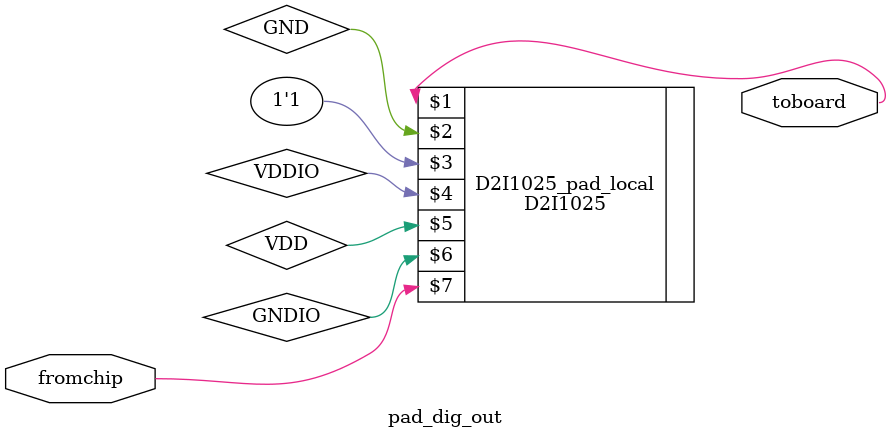
<source format=v>

module pad_dig_out(
	       input fromchip,
	       output toboard
	       );

   
   D2I1025 D2I1025_pad_local(toboard,GND,1'b1,VDDIO,VDD,GNDIO,fromchip);

   
endmodule // pad_dig_out


</source>
